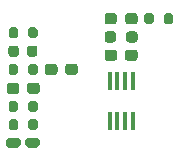
<source format=gbr>
%TF.GenerationSoftware,KiCad,Pcbnew,5.1.12-1.fc35*%
%TF.CreationDate,2021-11-27T14:33:04+00:00*%
%TF.ProjectId,kiCAD_TriSchmittPanelMount_v003,6b694341-445f-4547-9269-5363686d6974,rev?*%
%TF.SameCoordinates,Original*%
%TF.FileFunction,Paste,Top*%
%TF.FilePolarity,Positive*%
%FSLAX46Y46*%
G04 Gerber Fmt 4.6, Leading zero omitted, Abs format (unit mm)*
G04 Created by KiCad (PCBNEW 5.1.12-1.fc35) date 2021-11-27 14:33:04*
%MOMM*%
%LPD*%
G01*
G04 APERTURE LIST*
%ADD10R,0.300000X1.600000*%
G04 APERTURE END LIST*
D10*
%TO.C,U1*%
X205325000Y-74400000D03*
X204675000Y-74400000D03*
X204025000Y-74400000D03*
X203375000Y-74400000D03*
X203375000Y-71000000D03*
X204025000Y-71000000D03*
X204675000Y-71000000D03*
X205325000Y-71000000D03*
%TD*%
%TO.C,R6*%
G36*
G01*
X204775000Y-67487500D02*
X204775000Y-67012500D01*
G75*
G02*
X205012500Y-66775000I237500J0D01*
G01*
X205512500Y-66775000D01*
G75*
G02*
X205750000Y-67012500I0J-237500D01*
G01*
X205750000Y-67487500D01*
G75*
G02*
X205512500Y-67725000I-237500J0D01*
G01*
X205012500Y-67725000D01*
G75*
G02*
X204775000Y-67487500I0J237500D01*
G01*
G37*
G36*
G01*
X202950000Y-67487500D02*
X202950000Y-67012500D01*
G75*
G02*
X203187500Y-66775000I237500J0D01*
G01*
X203687500Y-66775000D01*
G75*
G02*
X203925000Y-67012500I0J-237500D01*
G01*
X203925000Y-67487500D01*
G75*
G02*
X203687500Y-67725000I-237500J0D01*
G01*
X203187500Y-67725000D01*
G75*
G02*
X202950000Y-67487500I0J237500D01*
G01*
G37*
%TD*%
%TO.C,R5*%
G36*
G01*
X207975000Y-65975000D02*
X207975000Y-65425000D01*
G75*
G02*
X208175000Y-65225000I200000J0D01*
G01*
X208575000Y-65225000D01*
G75*
G02*
X208775000Y-65425000I0J-200000D01*
G01*
X208775000Y-65975000D01*
G75*
G02*
X208575000Y-66175000I-200000J0D01*
G01*
X208175000Y-66175000D01*
G75*
G02*
X207975000Y-65975000I0J200000D01*
G01*
G37*
G36*
G01*
X206325000Y-65975000D02*
X206325000Y-65425000D01*
G75*
G02*
X206525000Y-65225000I200000J0D01*
G01*
X206925000Y-65225000D01*
G75*
G02*
X207125000Y-65425000I0J-200000D01*
G01*
X207125000Y-65975000D01*
G75*
G02*
X206925000Y-66175000I-200000J0D01*
G01*
X206525000Y-66175000D01*
G75*
G02*
X206325000Y-65975000I0J200000D01*
G01*
G37*
%TD*%
%TO.C,R4*%
G36*
G01*
X195633834Y-69725000D02*
X195633834Y-70275000D01*
G75*
G02*
X195433834Y-70475000I-200000J0D01*
G01*
X195033834Y-70475000D01*
G75*
G02*
X194833834Y-70275000I0J200000D01*
G01*
X194833834Y-69725000D01*
G75*
G02*
X195033834Y-69525000I200000J0D01*
G01*
X195433834Y-69525000D01*
G75*
G02*
X195633834Y-69725000I0J-200000D01*
G01*
G37*
G36*
G01*
X197283834Y-69725000D02*
X197283834Y-70275000D01*
G75*
G02*
X197083834Y-70475000I-200000J0D01*
G01*
X196683834Y-70475000D01*
G75*
G02*
X196483834Y-70275000I0J200000D01*
G01*
X196483834Y-69725000D01*
G75*
G02*
X196683834Y-69525000I200000J0D01*
G01*
X197083834Y-69525000D01*
G75*
G02*
X197283834Y-69725000I0J-200000D01*
G01*
G37*
%TD*%
%TO.C,R3*%
G36*
G01*
X196483834Y-67175000D02*
X196483834Y-66625000D01*
G75*
G02*
X196683834Y-66425000I200000J0D01*
G01*
X197083834Y-66425000D01*
G75*
G02*
X197283834Y-66625000I0J-200000D01*
G01*
X197283834Y-67175000D01*
G75*
G02*
X197083834Y-67375000I-200000J0D01*
G01*
X196683834Y-67375000D01*
G75*
G02*
X196483834Y-67175000I0J200000D01*
G01*
G37*
G36*
G01*
X194833834Y-67175000D02*
X194833834Y-66625000D01*
G75*
G02*
X195033834Y-66425000I200000J0D01*
G01*
X195433834Y-66425000D01*
G75*
G02*
X195633834Y-66625000I0J-200000D01*
G01*
X195633834Y-67175000D01*
G75*
G02*
X195433834Y-67375000I-200000J0D01*
G01*
X195033834Y-67375000D01*
G75*
G02*
X194833834Y-67175000I0J200000D01*
G01*
G37*
%TD*%
%TO.C,R2*%
G36*
G01*
X197283834Y-74398334D02*
X197283834Y-74948334D01*
G75*
G02*
X197083834Y-75148334I-200000J0D01*
G01*
X196683834Y-75148334D01*
G75*
G02*
X196483834Y-74948334I0J200000D01*
G01*
X196483834Y-74398334D01*
G75*
G02*
X196683834Y-74198334I200000J0D01*
G01*
X197083834Y-74198334D01*
G75*
G02*
X197283834Y-74398334I0J-200000D01*
G01*
G37*
G36*
G01*
X195633834Y-74398334D02*
X195633834Y-74948334D01*
G75*
G02*
X195433834Y-75148334I-200000J0D01*
G01*
X195033834Y-75148334D01*
G75*
G02*
X194833834Y-74948334I0J200000D01*
G01*
X194833834Y-74398334D01*
G75*
G02*
X195033834Y-74198334I200000J0D01*
G01*
X195433834Y-74198334D01*
G75*
G02*
X195633834Y-74398334I0J-200000D01*
G01*
G37*
%TD*%
%TO.C,R1*%
G36*
G01*
X194833834Y-73411668D02*
X194833834Y-72861668D01*
G75*
G02*
X195033834Y-72661668I200000J0D01*
G01*
X195433834Y-72661668D01*
G75*
G02*
X195633834Y-72861668I0J-200000D01*
G01*
X195633834Y-73411668D01*
G75*
G02*
X195433834Y-73611668I-200000J0D01*
G01*
X195033834Y-73611668D01*
G75*
G02*
X194833834Y-73411668I0J200000D01*
G01*
G37*
G36*
G01*
X196483834Y-73411668D02*
X196483834Y-72861668D01*
G75*
G02*
X196683834Y-72661668I200000J0D01*
G01*
X197083834Y-72661668D01*
G75*
G02*
X197283834Y-72861668I0J-200000D01*
G01*
X197283834Y-73411668D01*
G75*
G02*
X197083834Y-73611668I-200000J0D01*
G01*
X196683834Y-73611668D01*
G75*
G02*
X196483834Y-73411668I0J200000D01*
G01*
G37*
%TD*%
%TO.C,D3*%
G36*
G01*
X204700000Y-65937500D02*
X204700000Y-65462500D01*
G75*
G02*
X204937500Y-65225000I237500J0D01*
G01*
X205512500Y-65225000D01*
G75*
G02*
X205750000Y-65462500I0J-237500D01*
G01*
X205750000Y-65937500D01*
G75*
G02*
X205512500Y-66175000I-237500J0D01*
G01*
X204937500Y-66175000D01*
G75*
G02*
X204700000Y-65937500I0J237500D01*
G01*
G37*
G36*
G01*
X202950000Y-65937500D02*
X202950000Y-65462500D01*
G75*
G02*
X203187500Y-65225000I237500J0D01*
G01*
X203762500Y-65225000D01*
G75*
G02*
X204000000Y-65462500I0J-237500D01*
G01*
X204000000Y-65937500D01*
G75*
G02*
X203762500Y-66175000I-237500J0D01*
G01*
X203187500Y-66175000D01*
G75*
G02*
X202950000Y-65937500I0J237500D01*
G01*
G37*
%TD*%
%TO.C,D2*%
G36*
G01*
X195688834Y-68193750D02*
X195688834Y-68706250D01*
G75*
G02*
X195470084Y-68925000I-218750J0D01*
G01*
X195032584Y-68925000D01*
G75*
G02*
X194813834Y-68706250I0J218750D01*
G01*
X194813834Y-68193750D01*
G75*
G02*
X195032584Y-67975000I218750J0D01*
G01*
X195470084Y-67975000D01*
G75*
G02*
X195688834Y-68193750I0J-218750D01*
G01*
G37*
G36*
G01*
X197263834Y-68193750D02*
X197263834Y-68706250D01*
G75*
G02*
X197045084Y-68925000I-218750J0D01*
G01*
X196607584Y-68925000D01*
G75*
G02*
X196388834Y-68706250I0J218750D01*
G01*
X196388834Y-68193750D01*
G75*
G02*
X196607584Y-67975000I218750J0D01*
G01*
X197045084Y-67975000D01*
G75*
G02*
X197263834Y-68193750I0J-218750D01*
G01*
G37*
%TD*%
%TO.C,D1*%
G36*
G01*
X197463834Y-75987500D02*
X197463834Y-76412500D01*
G75*
G02*
X197251334Y-76625000I-212500J0D01*
G01*
X196451334Y-76625000D01*
G75*
G02*
X196238834Y-76412500I0J212500D01*
G01*
X196238834Y-75987500D01*
G75*
G02*
X196451334Y-75775000I212500J0D01*
G01*
X197251334Y-75775000D01*
G75*
G02*
X197463834Y-75987500I0J-212500D01*
G01*
G37*
G36*
G01*
X195838834Y-75987500D02*
X195838834Y-76412500D01*
G75*
G02*
X195626334Y-76625000I-212500J0D01*
G01*
X194826334Y-76625000D01*
G75*
G02*
X194613834Y-76412500I0J212500D01*
G01*
X194613834Y-75987500D01*
G75*
G02*
X194826334Y-75775000I212500J0D01*
G01*
X195626334Y-75775000D01*
G75*
G02*
X195838834Y-75987500I0J-212500D01*
G01*
G37*
%TD*%
%TO.C,C3*%
G36*
G01*
X204675000Y-69037500D02*
X204675000Y-68562500D01*
G75*
G02*
X204912500Y-68325000I237500J0D01*
G01*
X205512500Y-68325000D01*
G75*
G02*
X205750000Y-68562500I0J-237500D01*
G01*
X205750000Y-69037500D01*
G75*
G02*
X205512500Y-69275000I-237500J0D01*
G01*
X204912500Y-69275000D01*
G75*
G02*
X204675000Y-69037500I0J237500D01*
G01*
G37*
G36*
G01*
X202950000Y-69037500D02*
X202950000Y-68562500D01*
G75*
G02*
X203187500Y-68325000I237500J0D01*
G01*
X203787500Y-68325000D01*
G75*
G02*
X204025000Y-68562500I0J-237500D01*
G01*
X204025000Y-69037500D01*
G75*
G02*
X203787500Y-69275000I-237500J0D01*
G01*
X203187500Y-69275000D01*
G75*
G02*
X202950000Y-69037500I0J237500D01*
G01*
G37*
%TD*%
%TO.C,C2*%
G36*
G01*
X198975000Y-69762500D02*
X198975000Y-70237500D01*
G75*
G02*
X198737500Y-70475000I-237500J0D01*
G01*
X198137500Y-70475000D01*
G75*
G02*
X197900000Y-70237500I0J237500D01*
G01*
X197900000Y-69762500D01*
G75*
G02*
X198137500Y-69525000I237500J0D01*
G01*
X198737500Y-69525000D01*
G75*
G02*
X198975000Y-69762500I0J-237500D01*
G01*
G37*
G36*
G01*
X200700000Y-69762500D02*
X200700000Y-70237500D01*
G75*
G02*
X200462500Y-70475000I-237500J0D01*
G01*
X199862500Y-70475000D01*
G75*
G02*
X199625000Y-70237500I0J237500D01*
G01*
X199625000Y-69762500D01*
G75*
G02*
X199862500Y-69525000I237500J0D01*
G01*
X200462500Y-69525000D01*
G75*
G02*
X200700000Y-69762500I0J-237500D01*
G01*
G37*
%TD*%
%TO.C,C1*%
G36*
G01*
X194658834Y-71837500D02*
X194658834Y-71362500D01*
G75*
G02*
X194896334Y-71125000I237500J0D01*
G01*
X195496334Y-71125000D01*
G75*
G02*
X195733834Y-71362500I0J-237500D01*
G01*
X195733834Y-71837500D01*
G75*
G02*
X195496334Y-72075000I-237500J0D01*
G01*
X194896334Y-72075000D01*
G75*
G02*
X194658834Y-71837500I0J237500D01*
G01*
G37*
G36*
G01*
X196383834Y-71837500D02*
X196383834Y-71362500D01*
G75*
G02*
X196621334Y-71125000I237500J0D01*
G01*
X197221334Y-71125000D01*
G75*
G02*
X197458834Y-71362500I0J-237500D01*
G01*
X197458834Y-71837500D01*
G75*
G02*
X197221334Y-72075000I-237500J0D01*
G01*
X196621334Y-72075000D01*
G75*
G02*
X196383834Y-71837500I0J237500D01*
G01*
G37*
%TD*%
M02*

</source>
